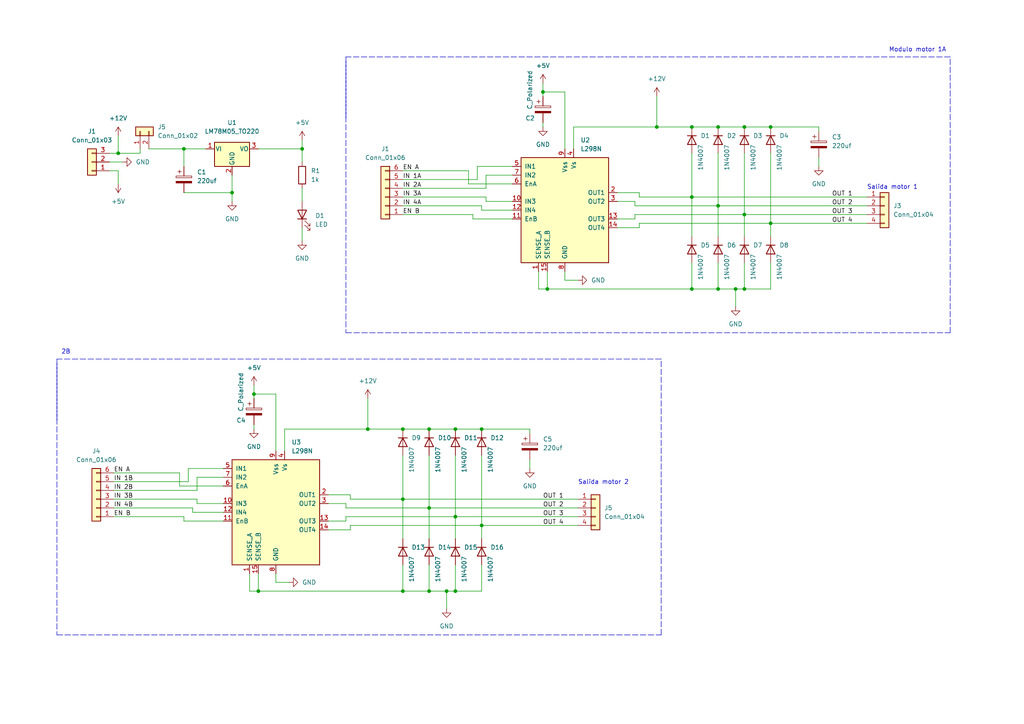
<source format=kicad_sch>
(kicad_sch (version 20211123) (generator eeschema)
  (paper "A4")
  (lib_symbols
    (symbol "Connector_Generic:Conn_01x02" (pin_names (offset 1.016) hide)
      (property "Reference" "J" (at 0 2.54 0))
      (property "Value" "Conn_01x02" (at 0 -5.08 0))
      (symbol "Conn_01x02_1_1"
        (rectangle (start -1.27 -2.413) (end 0 -2.667) (stroke (width 0.1524)))
        (rectangle (start -1.27 0.127) (end 0 -0.127) (stroke (width 0.1524)))
        (rectangle (start -1.27 1.27) (end 1.27 -3.81) (stroke (width 0.254)) (fill (type background)))
        (pin passive line (at -5.08 0 0) (length 3.81) (name "Pin_1") (number "1"))
        (pin passive line (at -5.08 -2.54 0) (length 3.81) (name "Pin_2") (number "2"))
      )
    )
    (symbol "Connector_Generic:Conn_01x03" (pin_names (offset 1.016) hide)
      (property "Reference" "J" (at 0 5.08 0))
      (property "Value" "Conn_01x03" (at 0 -5.08 0))
      (symbol "Conn_01x03_1_1"
        (rectangle (start -1.27 -2.413) (end 0 -2.667) (stroke (width 0.1524)))
        (rectangle (start -1.27 0.127) (end 0 -0.127) (stroke (width 0.1524)))
        (rectangle (start -1.27 2.667) (end 0 2.413) (stroke (width 0.1524)))
        (rectangle (start -1.27 3.81) (end 1.27 -3.81) (stroke (width 0.254)) (fill (type background)))
        (pin passive line (at -5.08 2.54 0) (length 3.81) (name "Pin_1") (number "1"))
        (pin passive line (at -5.08 0 0) (length 3.81) (name "Pin_2") (number "2"))
        (pin passive line (at -5.08 -2.54 0) (length 3.81) (name "Pin_3") (number "3"))
      )
    )
    (symbol "Connector_Generic:Conn_01x04" (pin_names (offset 1.016) hide)
      (property "Reference" "J" (at 0 5.08 0))
      (property "Value" "Conn_01x04" (at 0 -7.62 0))
      (symbol "Conn_01x04_1_1"
        (rectangle (start -1.27 -4.953) (end 0 -5.207) (stroke (width 0.1524)))
        (rectangle (start -1.27 -2.413) (end 0 -2.667) (stroke (width 0.1524)))
        (rectangle (start -1.27 0.127) (end 0 -0.127) (stroke (width 0.1524)))
        (rectangle (start -1.27 2.667) (end 0 2.413) (stroke (width 0.1524)))
        (rectangle (start -1.27 3.81) (end 1.27 -6.35) (stroke (width 0.254)) (fill (type background)))
        (pin passive line (at -5.08 2.54 0) (length 3.81) (name "Pin_1") (number "1"))
        (pin passive line (at -5.08 0 0) (length 3.81) (name "Pin_2") (number "2"))
        (pin passive line (at -5.08 -2.54 0) (length 3.81) (name "Pin_3") (number "3"))
        (pin passive line (at -5.08 -5.08 0) (length 3.81) (name "Pin_4") (number "4"))
      )
    )
    (symbol "Connector_Generic:Conn_01x06" (pin_names (offset 1.016) hide)
      (property "Reference" "J" (at 0 7.62 0))
      (property "Value" "Conn_01x06" (at 0 -10.16 0))
      (symbol "Conn_01x06_1_1"
        (rectangle (start -1.27 -7.493) (end 0 -7.747) (stroke (width 0.1524)))
        (rectangle (start -1.27 -4.953) (end 0 -5.207) (stroke (width 0.1524)))
        (rectangle (start -1.27 -2.413) (end 0 -2.667) (stroke (width 0.1524)))
        (rectangle (start -1.27 0.127) (end 0 -0.127) (stroke (width 0.1524)))
        (rectangle (start -1.27 2.667) (end 0 2.413) (stroke (width 0.1524)))
        (rectangle (start -1.27 5.207) (end 0 4.953) (stroke (width 0.1524)))
        (rectangle (start -1.27 6.35) (end 1.27 -8.89) (stroke (width 0.254)) (fill (type background)))
        (pin passive line (at -5.08 5.08 0) (length 3.81) (name "Pin_1") (number "1"))
        (pin passive line (at -5.08 2.54 0) (length 3.81) (name "Pin_2") (number "2"))
        (pin passive line (at -5.08 0 0) (length 3.81) (name "Pin_3") (number "3"))
        (pin passive line (at -5.08 -2.54 0) (length 3.81) (name "Pin_4") (number "4"))
        (pin passive line (at -5.08 -5.08 0) (length 3.81) (name "Pin_5") (number "5"))
        (pin passive line (at -5.08 -7.62 0) (length 3.81) (name "Pin_6") (number "6"))
      )
    )
    (symbol "Device:C_Polarized" (pin_numbers hide) (pin_names (offset 0.254))
      (property "Reference" "C" (at 0.635 2.54 0))
      (property "Value" "C_Polarized" (at 0.635 -2.54 0))
      (symbol "C_Polarized_0_1"
        (rectangle (start -2.286 0.508) (end 2.286 1.016))
        (polyline (pts (xy -1.778 2.286) (xy -0.762 2.286)))
        (polyline (pts (xy -1.27 2.794) (xy -1.27 1.778)))
        (rectangle (start 2.286 -0.508) (end -2.286 -1.016) (fill (type outline)))
      )
      (symbol "C_Polarized_1_1"
        (pin passive line (at 0 3.81 270) (length 2.794) (name "~") (number "1"))
        (pin passive line (at 0 -3.81 90) (length 2.794) (name "~") (number "2"))
      )
    )
    (symbol "Device:LED" (pin_numbers hide) (pin_names (offset 1.016) hide)
      (property "Reference" "D" (at 0 2.54 0))
      (property "Value" "LED" (at 0 -2.54 0))
      (symbol "LED_0_1"
        (polyline (pts (xy -1.27 -1.27) (xy -1.27 1.27)) (stroke (width 0.254)))
        (polyline (pts (xy -1.27 0) (xy 1.27 0)))
        (polyline (pts (xy 1.27 -1.27) (xy 1.27 1.27) (xy -1.27 0) (xy 1.27 -1.27)) (stroke (width 0.254)))
        (polyline (pts (xy -3.048 -0.762) (xy -4.572 -2.286) (xy -3.81 -2.286) (xy -4.572 -2.286) (xy -4.572 -1.524)))
        (polyline (pts (xy -1.778 -0.762) (xy -3.302 -2.286) (xy -2.54 -2.286) (xy -3.302 -2.286) (xy -3.302 -1.524)))
      )
      (symbol "LED_1_1"
        (pin passive line (at -3.81 0 0) (length 2.54) (name "K") (number "1"))
        (pin passive line (at 3.81 0 180) (length 2.54) (name "A") (number "2"))
      )
    )
    (symbol "Device:R" (pin_numbers hide) (pin_names (offset 0))
      (property "Reference" "R" (at 2.032 0 90))
      (property "Value" "R" (at 0 0 90))
      (symbol "R_0_1"
        (rectangle (start -1.016 -2.54) (end 1.016 2.54) (stroke (width 0.254)))
      )
      (symbol "R_1_1"
        (pin passive line (at 0 3.81 270) (length 1.27) (name "~") (number "1"))
        (pin passive line (at 0 -3.81 90) (length 1.27) (name "~") (number "2"))
      )
    )
    (symbol "Diode:1N4007" (pin_numbers hide) (pin_names (offset 1.016) hide)
      (property "Reference" "D" (at 0 2.54 0))
      (property "Value" "1N4007" (at 0 -2.54 0))
      (symbol "1N4007_0_1"
        (polyline (pts (xy -1.27 1.27) (xy -1.27 -1.27)) (stroke (width 0.254)))
        (polyline (pts (xy 1.27 0) (xy -1.27 0)))
        (polyline (pts (xy 1.27 1.27) (xy 1.27 -1.27) (xy -1.27 0) (xy 1.27 1.27)) (stroke (width 0.254)))
      )
      (symbol "1N4007_1_1"
        (pin passive line (at -3.81 0 0) (length 2.54) (name "K") (number "1"))
        (pin passive line (at 3.81 0 180) (length 2.54) (name "A") (number "2"))
      )
    )
    (symbol "Driver_Motor:L298N" (pin_names (offset 1.016))
      (property "Reference" "U" (at -10.16 16.51 0))
      (property "Value" "L298N" (at 12.7 16.51 0))
      (symbol "L298N_0_1"
        (rectangle (start -12.7 15.24) (end 12.7 -15.24) (stroke (width 0.254)) (fill (type background)))
      )
      (symbol "L298N_1_1"
        (pin power_in line (at -7.62 -17.78 90) (length 2.54) (name "SENSE_A") (number "1"))
        (pin input line (at -15.24 2.54 0) (length 2.54) (name "IN3") (number "10"))
        (pin input line (at -15.24 -2.54 0) (length 2.54) (name "EnB") (number "11"))
        (pin input line (at -15.24 0 0) (length 2.54) (name "IN4") (number "12"))
        (pin output line (at 15.24 -2.54 180) (length 2.54) (name "OUT3") (number "13"))
        (pin output line (at 15.24 -5.08 180) (length 2.54) (name "OUT4") (number "14"))
        (pin power_in line (at -5.08 -17.78 90) (length 2.54) (name "SENSE_B") (number "15"))
        (pin output line (at 15.24 5.08 180) (length 2.54) (name "OUT1") (number "2"))
        (pin output line (at 15.24 2.54 180) (length 2.54) (name "OUT2") (number "3"))
        (pin power_in line (at 2.54 17.78 270) (length 2.54) (name "Vs") (number "4"))
        (pin input line (at -15.24 12.7 0) (length 2.54) (name "IN1") (number "5"))
        (pin input line (at -15.24 7.62 0) (length 2.54) (name "EnA") (number "6"))
        (pin input line (at -15.24 10.16 0) (length 2.54) (name "IN2") (number "7"))
        (pin power_in line (at 0 -17.78 90) (length 2.54) (name "GND") (number "8"))
        (pin power_in line (at 0 17.78 270) (length 2.54) (name "Vss") (number "9"))
      )
    )
    (symbol "Regulator_Linear:LM78M05_TO220" (pin_names (offset 0.254))
      (property "Reference" "U" (at -3.81 3.175 0))
      (property "Value" "LM78M05_TO220" (at 0 3.175 0))
      (symbol "LM78M05_TO220_0_1"
        (rectangle (start -5.08 1.905) (end 5.08 -5.08) (stroke (width 0.254)) (fill (type background)))
      )
      (symbol "LM78M05_TO220_1_1"
        (pin power_in line (at -7.62 0 0) (length 2.54) (name "VI") (number "1"))
        (pin power_in line (at 0 -7.62 90) (length 2.54) (name "GND") (number "2"))
        (pin power_out line (at 7.62 0 180) (length 2.54) (name "VO") (number "3"))
      )
    )
    (symbol "power:+12V" (power) (pin_names (offset 0))
      (property "Value" "+12V" (at 0 3.556 0))
      (symbol "+12V_0_1"
        (polyline (pts (xy -0.762 1.27) (xy 0 2.54)))
        (polyline (pts (xy 0 0) (xy 0 2.54)))
        (polyline (pts (xy 0 2.54) (xy 0.762 1.27)))
      )
      (symbol "+12V_1_1"
        (pin power_in line (at 0 0 90) (length 0) hide (name "+12V") (number "1"))
      )
    )
    (symbol "power:+5V" (power) (pin_names (offset 0))
      (property "Value" "+5V" (at 0 3.556 0))
      (symbol "+5V_0_1"
        (polyline (pts (xy -0.762 1.27) (xy 0 2.54)))
        (polyline (pts (xy 0 0) (xy 0 2.54)))
        (polyline (pts (xy 0 2.54) (xy 0.762 1.27)))
      )
      (symbol "+5V_1_1"
        (pin power_in line (at 0 0 90) (length 0) hide (name "+5V") (number "1"))
      )
    )
    (symbol "power:GND" (power) (pin_names (offset 0))
      (property "Value" "GND" (at 0 -3.81 0))
      (symbol "GND_0_1"
        (polyline (pts (xy 0 0) (xy 0 -1.27) (xy 1.27 -1.27) (xy 0 -2.54) (xy -1.27 -1.27) (xy 0 -1.27)))
      )
      (symbol "GND_1_1"
        (pin power_in line (at 0 0 270) (length 0) hide (name "GND") (number "1"))
      )
    )
  )
  (junction (at 190.5 36.83))
  (junction (at 215.9 83.82))
  (junction (at 158.75 83.82))
  (junction (at 213.36 83.82))
  (junction (at 132.08 171.45))
  (junction (at 116.84 144.78))
  (junction (at 223.52 64.77))
  (junction (at 116.84 171.45))
  (junction (at 132.08 124.46))
  (junction (at 200.66 36.83))
  (junction (at 223.52 36.83))
  (junction (at 208.28 83.82))
  (junction (at 124.46 124.46))
  (junction (at 139.7 124.46))
  (junction (at 106.68 124.46))
  (junction (at 124.46 147.32))
  (junction (at 208.28 36.83))
  (junction (at 73.66 114.3))
  (junction (at 116.84 124.46))
  (junction (at 200.66 83.82))
  (junction (at 34.29 44.45))
  (junction (at 215.9 36.83))
  (junction (at 208.28 59.69))
  (junction (at 87.63 43.18))
  (junction (at 74.93 171.45))
  (junction (at 53.34 43.18))
  (junction (at 200.66 57.15))
  (junction (at 67.31 55.88))
  (junction (at 157.48 26.67))
  (junction (at 132.08 149.86))
  (junction (at 139.7 152.4))
  (junction (at 129.54 171.45))
  (junction (at 124.46 171.45))
  (junction (at 215.9 62.23))
  (wire (pts (xy 213.36 83.82) (xy 213.36 88.9)))
  (wire (pts (xy 185.42 66.04) (xy 185.42 64.77)))
  (wire (pts (xy 116.84 171.45) (xy 124.46 171.45)))
  (wire (pts (xy 200.66 57.15) (xy 251.46 57.15)))
  (wire (pts (xy 129.54 171.45) (xy 129.54 176.53)))
  (wire (pts (xy 157.48 35.56) (xy 157.48 36.83)))
  (wire (pts (xy 116.84 132.08) (xy 116.84 144.78)))
  (wire (pts (xy 87.63 40.64) (xy 87.63 43.18)))
  (wire (pts (xy 163.83 26.67) (xy 163.83 43.18)))
  (wire (pts (xy 95.25 143.51) (xy 101.6 143.51)))
  (wire (pts (xy 54.61 135.89) (xy 54.61 139.7)))
  (wire (pts (xy 57.15 144.78) (xy 33.02 144.78)))
  (wire (pts (xy 101.6 144.78) (xy 116.84 144.78)))
  (wire (pts (xy 156.21 83.82) (xy 158.75 83.82)))
  (wire (pts (xy 184.15 59.69) (xy 208.28 59.69)))
  (wire (pts (xy 87.63 54.61) (xy 87.63 58.42)))
  (wire (pts (xy 40.64 44.45) (xy 34.29 44.45)))
  (wire (pts (xy 137.16 63.5) (xy 137.16 62.23)))
  (wire (pts (xy 208.28 59.69) (xy 208.28 68.58)))
  (wire (pts (xy 95.25 151.13) (xy 100.33 151.13)))
  (wire (pts (xy 148.59 60.96) (xy 139.7 60.96)))
  (wire (pts (xy 43.18 43.18) (xy 53.34 43.18)))
  (wire (pts (xy 148.59 63.5) (xy 137.16 63.5)))
  (wire (pts (xy 95.25 146.05) (xy 100.33 146.05)))
  (wire (pts (xy 223.52 83.82) (xy 215.9 83.82)))
  (wire (pts (xy 163.83 26.67) (xy 157.48 26.67)))
  (wire (pts (xy 55.88 148.59) (xy 55.88 147.32)))
  (wire (pts (xy 139.7 152.4) (xy 167.64 152.4)))
  (wire (pts (xy 101.6 153.67) (xy 101.6 152.4)))
  (wire (pts (xy 139.7 171.45) (xy 132.08 171.45)))
  (wire (pts (xy 148.59 58.42) (xy 140.97 58.42)))
  (wire (pts (xy 153.67 125.73) (xy 153.67 124.46)))
  (polyline (pts (xy 16.51 104.14) (xy 16.51 121.92)))
  (polyline (pts (xy 16.51 184.15) (xy 191.77 184.15)))
  (wire (pts (xy 55.88 147.32) (xy 33.02 147.32)))
  (wire (pts (xy 80.01 166.37) (xy 80.01 168.91)))
  (wire (pts (xy 57.15 146.05) (xy 57.15 144.78)))
  (wire (pts (xy 31.75 46.99) (xy 35.56 46.99)))
  (wire (pts (xy 72.39 171.45) (xy 74.93 171.45)))
  (wire (pts (xy 74.93 166.37) (xy 74.93 171.45)))
  (wire (pts (xy 139.7 60.96) (xy 139.7 59.69)))
  (wire (pts (xy 124.46 132.08) (xy 124.46 147.32)))
  (wire (pts (xy 237.49 38.1) (xy 237.49 36.83)))
  (wire (pts (xy 140.97 57.15) (xy 116.84 57.15)))
  (wire (pts (xy 124.46 163.83) (xy 124.46 171.45)))
  (wire (pts (xy 179.07 66.04) (xy 185.42 66.04)))
  (wire (pts (xy 163.83 81.28) (xy 167.64 81.28)))
  (polyline (pts (xy 100.33 16.51) (xy 100.33 34.29)))
  (wire (pts (xy 208.28 76.2) (xy 208.28 83.82)))
  (wire (pts (xy 166.37 43.18) (xy 166.37 36.83)))
  (polyline (pts (xy 16.51 105.41) (xy 16.51 184.15)))
  (wire (pts (xy 137.16 62.23) (xy 116.84 62.23)))
  (wire (pts (xy 82.55 124.46) (xy 106.68 124.46)))
  (wire (pts (xy 223.52 36.83) (xy 237.49 36.83)))
  (wire (pts (xy 80.01 114.3) (xy 73.66 114.3)))
  (wire (pts (xy 74.93 43.18) (xy 87.63 43.18)))
  (wire (pts (xy 208.28 59.69) (xy 251.46 59.69)))
  (wire (pts (xy 106.68 124.46) (xy 116.84 124.46)))
  (wire (pts (xy 100.33 146.05) (xy 100.33 147.32)))
  (wire (pts (xy 101.6 143.51) (xy 101.6 144.78)))
  (wire (pts (xy 80.01 168.91) (xy 83.82 168.91)))
  (wire (pts (xy 87.63 66.04) (xy 87.63 69.85)))
  (wire (pts (xy 31.75 49.53) (xy 34.29 49.53)))
  (wire (pts (xy 139.7 132.08) (xy 139.7 152.4)))
  (wire (pts (xy 140.97 54.61) (xy 116.84 54.61)))
  (wire (pts (xy 153.67 133.35) (xy 153.67 135.89)))
  (wire (pts (xy 106.68 115.57) (xy 106.68 124.46)))
  (wire (pts (xy 34.29 49.53) (xy 34.29 53.34)))
  (wire (pts (xy 52.07 140.97) (xy 52.07 137.16)))
  (wire (pts (xy 200.66 44.45) (xy 200.66 57.15)))
  (wire (pts (xy 101.6 152.4) (xy 139.7 152.4)))
  (wire (pts (xy 215.9 36.83) (xy 223.52 36.83)))
  (wire (pts (xy 64.77 138.43) (xy 57.15 138.43)))
  (wire (pts (xy 53.34 151.13) (xy 53.34 149.86)))
  (wire (pts (xy 185.42 64.77) (xy 223.52 64.77)))
  (wire (pts (xy 157.48 24.13) (xy 157.48 26.67)))
  (wire (pts (xy 53.34 55.88) (xy 67.31 55.88)))
  (wire (pts (xy 64.77 135.89) (xy 54.61 135.89)))
  (wire (pts (xy 80.01 114.3) (xy 80.01 130.81)))
  (wire (pts (xy 52.07 137.16) (xy 33.02 137.16)))
  (wire (pts (xy 200.66 57.15) (xy 200.66 68.58)))
  (wire (pts (xy 223.52 64.77) (xy 223.52 68.58)))
  (wire (pts (xy 158.75 78.74) (xy 158.75 83.82)))
  (wire (pts (xy 64.77 151.13) (xy 53.34 151.13)))
  (wire (pts (xy 157.48 26.67) (xy 157.48 27.94)))
  (wire (pts (xy 34.29 44.45) (xy 31.75 44.45)))
  (wire (pts (xy 73.66 114.3) (xy 73.66 115.57)))
  (wire (pts (xy 215.9 62.23) (xy 251.46 62.23)))
  (wire (pts (xy 132.08 132.08) (xy 132.08 149.86)))
  (polyline (pts (xy 100.33 17.78) (xy 100.33 96.52)))
  (wire (pts (xy 156.21 78.74) (xy 156.21 83.82)))
  (wire (pts (xy 135.89 49.53) (xy 116.84 49.53)))
  (wire (pts (xy 116.84 144.78) (xy 167.64 144.78)))
  (wire (pts (xy 53.34 43.18) (xy 53.34 48.26)))
  (wire (pts (xy 82.55 130.81) (xy 82.55 124.46)))
  (wire (pts (xy 138.43 52.07) (xy 116.84 52.07)))
  (wire (pts (xy 140.97 50.8) (xy 140.97 54.61)))
  (wire (pts (xy 73.66 123.19) (xy 73.66 124.46)))
  (wire (pts (xy 135.89 53.34) (xy 135.89 49.53)))
  (polyline (pts (xy 275.59 16.51) (xy 100.33 16.51)))
  (wire (pts (xy 57.15 138.43) (xy 57.15 142.24)))
  (wire (pts (xy 223.52 76.2) (xy 223.52 83.82)))
  (wire (pts (xy 53.34 149.86) (xy 33.02 149.86)))
  (wire (pts (xy 100.33 149.86) (xy 132.08 149.86)))
  (wire (pts (xy 87.63 43.18) (xy 87.63 46.99)))
  (wire (pts (xy 57.15 142.24) (xy 33.02 142.24)))
  (wire (pts (xy 67.31 55.88) (xy 67.31 58.42)))
  (wire (pts (xy 124.46 124.46) (xy 132.08 124.46)))
  (wire (pts (xy 179.07 55.88) (xy 185.42 55.88)))
  (wire (pts (xy 138.43 48.26) (xy 138.43 52.07)))
  (wire (pts (xy 190.5 27.94) (xy 190.5 36.83)))
  (wire (pts (xy 184.15 63.5) (xy 184.15 62.23)))
  (wire (pts (xy 124.46 147.32) (xy 167.64 147.32)))
  (wire (pts (xy 158.75 83.82) (xy 200.66 83.82)))
  (wire (pts (xy 200.66 83.82) (xy 208.28 83.82)))
  (wire (pts (xy 132.08 124.46) (xy 139.7 124.46)))
  (wire (pts (xy 40.64 43.18) (xy 40.64 44.45)))
  (wire (pts (xy 72.39 166.37) (xy 72.39 171.45)))
  (wire (pts (xy 163.83 78.74) (xy 163.83 81.28)))
  (wire (pts (xy 116.84 144.78) (xy 116.84 156.21)))
  (wire (pts (xy 116.84 163.83) (xy 116.84 171.45)))
  (wire (pts (xy 73.66 111.76) (xy 73.66 114.3)))
  (wire (pts (xy 139.7 163.83) (xy 139.7 171.45)))
  (wire (pts (xy 208.28 44.45) (xy 208.28 59.69)))
  (wire (pts (xy 132.08 171.45) (xy 129.54 171.45)))
  (wire (pts (xy 215.9 83.82) (xy 213.36 83.82)))
  (wire (pts (xy 64.77 146.05) (xy 57.15 146.05)))
  (wire (pts (xy 139.7 59.69) (xy 116.84 59.69)))
  (wire (pts (xy 74.93 171.45) (xy 116.84 171.45)))
  (wire (pts (xy 237.49 45.72) (xy 237.49 48.26)))
  (wire (pts (xy 148.59 53.34) (xy 135.89 53.34)))
  (wire (pts (xy 116.84 124.46) (xy 124.46 124.46)))
  (wire (pts (xy 200.66 76.2) (xy 200.66 83.82)))
  (wire (pts (xy 139.7 124.46) (xy 153.67 124.46)))
  (wire (pts (xy 185.42 57.15) (xy 200.66 57.15)))
  (wire (pts (xy 100.33 147.32) (xy 124.46 147.32)))
  (wire (pts (xy 190.5 36.83) (xy 200.66 36.83)))
  (wire (pts (xy 95.25 153.67) (xy 101.6 153.67)))
  (wire (pts (xy 139.7 152.4) (xy 139.7 156.21)))
  (wire (pts (xy 100.33 151.13) (xy 100.33 149.86)))
  (polyline (pts (xy 191.77 104.14) (xy 16.51 104.14)))
  (polyline (pts (xy 191.77 184.15) (xy 191.77 104.14)))
  (wire (pts (xy 132.08 149.86) (xy 167.64 149.86)))
  (wire (pts (xy 208.28 36.83) (xy 215.9 36.83)))
  (wire (pts (xy 67.31 50.8) (xy 67.31 55.88)))
  (polyline (pts (xy 100.33 96.52) (xy 275.59 96.52)))
  (polyline (pts (xy 275.59 96.52) (xy 275.59 16.51)))
  (wire (pts (xy 179.07 58.42) (xy 184.15 58.42)))
  (wire (pts (xy 179.07 63.5) (xy 184.15 63.5)))
  (wire (pts (xy 148.59 50.8) (xy 140.97 50.8)))
  (wire (pts (xy 223.52 64.77) (xy 251.46 64.77)))
  (wire (pts (xy 148.59 48.26) (xy 138.43 48.26)))
  (wire (pts (xy 215.9 44.45) (xy 215.9 62.23)))
  (wire (pts (xy 208.28 83.82) (xy 213.36 83.82)))
  (wire (pts (xy 54.61 139.7) (xy 33.02 139.7)))
  (wire (pts (xy 184.15 58.42) (xy 184.15 59.69)))
  (wire (pts (xy 140.97 58.42) (xy 140.97 57.15)))
  (wire (pts (xy 124.46 147.32) (xy 124.46 156.21)))
  (wire (pts (xy 132.08 149.86) (xy 132.08 156.21)))
  (wire (pts (xy 64.77 148.59) (xy 55.88 148.59)))
  (wire (pts (xy 184.15 62.23) (xy 215.9 62.23)))
  (wire (pts (xy 215.9 76.2) (xy 215.9 83.82)))
  (wire (pts (xy 166.37 36.83) (xy 190.5 36.83)))
  (wire (pts (xy 223.52 44.45) (xy 223.52 64.77)))
  (wire (pts (xy 185.42 55.88) (xy 185.42 57.15)))
  (wire (pts (xy 200.66 36.83) (xy 208.28 36.83)))
  (wire (pts (xy 53.34 43.18) (xy 59.69 43.18)))
  (wire (pts (xy 132.08 163.83) (xy 132.08 171.45)))
  (wire (pts (xy 124.46 171.45) (xy 129.54 171.45)))
  (wire (pts (xy 64.77 140.97) (xy 52.07 140.97)))
  (wire (pts (xy 34.29 39.37) (xy 34.29 44.45)))
  (wire (pts (xy 215.9 62.23) (xy 215.9 68.58)))
  (text "Salida motor 1\n\n" (at 251.46 57.15 0) (effects (font (size 1.27 1.27)) (justify left bottom)))
  (text "Salida motor 2\n\n\n" (at 167.64 144.78 0) (effects (font (size 1.27 1.27)) (justify left bottom)))
  (text "Modulo motor 1A\n" (at 257.81 15.24 0) (effects (font (size 1.27 1.27)) (justify left bottom)))
  (text "2B" (at 17.78 102.87 0) (effects (font (size 1.27 1.27)) (justify left bottom)))
  (label "OUT 4" (at 157.48 152.4 0))
  (label "OUT 2" (at 241.3 59.69 0))
  (label "IN 3A" (at 116.84 57.15 0))
  (label "EN B" (at 116.84 62.23 0))
  (label "IN 4B" (at 33.02 147.32 0))
  (label "OUT 3" (at 157.48 149.86 0))
  (label "EN A" (at 116.84 49.53 0))
  (label "EN A" (at 33.02 137.16 0))
  (label "OUT 3" (at 241.3 62.23 0))
  (label "IN 2A" (at 116.84 54.61 0))
  (label "IN 1A" (at 116.84 52.07 0))
  (label "OUT 4" (at 241.3 64.77 0))
  (label "IN 3B" (at 33.02 144.78 0))
  (label "EN B" (at 33.02 149.86 0))
  (label "IN 4A" (at 116.84 59.69 0))
  (label "OUT 1" (at 241.3 57.15 0))
  (label "OUT 2" (at 157.48 147.32 0))
  (label "IN 1B" (at 33.02 139.7 0))
  (label "OUT 1" (at 157.48 144.78 0))
  (label "IN 2B" (at 33.02 142.24 0))
  (symbol (lib_id "power:GND") (at 237.49 48.26 0) (unit 1)
    (property "Reference" "#PWR?" (effects hide))
    (property "Value" "GND" (at 237.49 53.34 0))
  )
  (symbol (lib_id "Diode:1N4007") (at 139.7 160.02 270) (unit 1)
    (property "Reference" "D16" (at 142.24 158.7499 90) (effects (justify left)))
    (property "Value" "1N4007" (at 142.24 161.2899 0) (effects (justify left)))
    (property "Footprint" "Diode_THT:D_DO-41_SOD81_P10.16mm_Horizontal" (effects hide))
    (property "Datasheet" "http://www.vishay.com/docs/88503/1n4001.pdf" (effects hide))
  )
  (symbol (lib_id "power:GND") (at 67.31 58.42 0) (unit 1)
    (property "Reference" "#PWR?" (effects hide))
    (property "Value" "GND" (at 67.31 63.5 0))
  )
  (symbol (lib_id "Diode:1N4007") (at 124.46 128.27 270) (unit 1)
    (property "Reference" "D10" (at 127 126.9999 90) (effects (justify left)))
    (property "Value" "1N4007" (at 127 129.5399 0) (effects (justify left)))
    (property "Footprint" "Diode_THT:D_DO-41_SOD81_P10.16mm_Horizontal" (effects hide))
    (property "Datasheet" "http://www.vishay.com/docs/88503/1n4001.pdf" (effects hide))
  )
  (symbol (lib_id "power:GND") (at 157.48 36.83 0) (unit 1)
    (property "Reference" "#PWR?" (effects hide))
    (property "Value" "GND" (at 157.48 41.91 0))
  )
  (symbol (lib_id "power:GND") (at 35.56 46.99 90) (unit 1)
    (property "Reference" "#PWR?" (effects hide))
    (property "Value" "GND" (at 39.37 46.9899 90) (effects (justify right)))
  )
  (symbol (lib_id "Driver_Motor:L298N") (at 80.01 148.59 0) (unit 1)
    (property "Reference" "U3" (at 84.5694 128.27 0) (effects (justify left)))
    (property "Value" "L298N" (at 84.5694 130.81 0) (effects (justify left)))
    (property "Footprint" "Package_TO_SOT_THT:TO-220-15_P2.54x2.54mm_StaggerOdd_Lead4.58mm_Vertical" (effects hide))
    (property "Datasheet" "http://www.st.com/st-web-ui/static/active/en/resource/technical/document/datasheet/CD00000240.pdf" (effects hide))
  )
  (symbol (lib_id "Diode:1N4007") (at 223.52 72.39 270) (unit 1)
    (property "Reference" "D8" (at 226.06 71.1199 90) (effects (justify left)))
    (property "Value" "1N4007" (at 226.06 73.6599 0) (effects (justify left)))
    (property "Footprint" "Diode_THT:D_DO-41_SOD81_P10.16mm_Horizontal" (effects hide))
    (property "Datasheet" "http://www.vishay.com/docs/88503/1n4001.pdf" (effects hide))
  )
  (symbol (lib_id "Diode:1N4007") (at 124.46 160.02 270) (unit 1)
    (property "Reference" "D14" (at 127 158.7499 90) (effects (justify left)))
    (property "Value" "1N4007" (at 127 161.2899 0) (effects (justify left)))
    (property "Footprint" "Diode_THT:D_DO-41_SOD81_P10.16mm_Horizontal" (effects hide))
    (property "Datasheet" "http://www.vishay.com/docs/88503/1n4001.pdf" (effects hide))
  )
  (symbol (lib_id "Device:C_Polarized") (at 237.49 41.91 0) (unit 1)
    (property "Reference" "C3" (at 241.3 39.7509 0) (effects (justify left)))
    (property "Value" "220uf" (at 241.3 42.2909 0) (effects (justify left)))
    (property "Footprint" "Capacitor_SMD:CP_Elec_8x10.5" (effects hide))
  )
  (symbol (lib_id "power:+5V") (at 157.48 24.13 0) (unit 1)
    (property "Reference" "#PWR?" (effects hide))
    (property "Value" "+5V" (at 157.48 19.05 0))
  )
  (symbol (lib_id "power:+5V") (at 34.29 53.34 180) (unit 1)
    (property "Reference" "#PWR?" (effects hide))
    (property "Value" "+5V" (at 34.29 58.42 0))
  )
  (symbol (lib_id "Device:C_Polarized") (at 157.48 31.75 0) (unit 1)
    (property "Reference" "C2" (at 152.4 34.29 0) (effects (justify left)))
    (property "Value" "C_Polarized" (at 153.67 31.75 90) (effects (justify left)))
  )
  (symbol (lib_id "Device:C_Polarized") (at 53.34 52.07 0) (unit 1)
    (property "Reference" "C1" (at 57.15 49.9109 0) (effects (justify left)))
    (property "Value" "220uf" (at 57.15 52.4509 0) (effects (justify left)))
    (property "Footprint" "Capacitor_SMD:CP_Elec_8x10.5" (effects hide))
  )
  (symbol (lib_id "Connector_Generic:Conn_01x04") (at 256.54 59.69 0) (unit 1)
    (property "Reference" "J3" (at 259.08 59.6899 0) (effects (justify left)))
    (property "Value" "Conn_01x04" (at 259.08 62.2299 0) (effects (justify left)))
    (property "Footprint" "Connector_PinHeader_2.54mm:PinHeader_1x04_P2.54mm_Vertical" (effects hide))
  )
  (symbol (lib_id "Connector_Generic:Conn_01x03") (at 26.67 46.99 180) (unit 1)
    (property "Reference" "J1" (at 26.67 38.1 0))
    (property "Value" "Conn_01x03" (at 26.67 40.64 0))
    (property "Footprint" "Connector_PinHeader_2.54mm:PinHeader_1x03_P2.54mm_Vertical" (effects hide))
  )
  (symbol (lib_id "Diode:1N4007") (at 200.66 72.39 270) (unit 1)
    (property "Reference" "D5" (at 203.2 71.1199 90) (effects (justify left)))
    (property "Value" "1N4007" (at 203.2 73.6599 0) (effects (justify left)))
    (property "Footprint" "Diode_THT:D_DO-41_SOD81_P10.16mm_Horizontal" (effects hide))
    (property "Datasheet" "http://www.vishay.com/docs/88503/1n4001.pdf" (effects hide))
  )
  (symbol (lib_id "Connector_Generic:Conn_01x02") (at 40.64 38.1 90) (unit 1)
    (property "Reference" "J5" (at 45.72 36.8299 90) (effects (justify right)))
    (property "Value" "Conn_01x02" (at 45.72 39.3699 90) (effects (justify right)))
    (property "Footprint" "Connector_PinHeader_2.54mm:PinHeader_1x02_P2.54mm_Vertical" (effects hide))
  )
  (symbol (lib_id "Device:R") (at 87.63 50.8 0) (unit 1)
    (property "Reference" "R1" (at 90.17 49.5299 0) (effects (justify left)))
    (property "Value" "1k" (at 90.17 52.0699 0) (effects (justify left)))
    (property "Footprint" "Resistor_THT:R_Axial_DIN0207_L6.3mm_D2.5mm_P2.54mm_Vertical" (effects hide))
  )
  (symbol (lib_id "power:+12V") (at 34.29 39.37 0) (unit 1)
    (property "Reference" "#PWR?" (effects hide))
    (property "Value" "+12V" (at 34.29 34.29 0))
  )
  (symbol (lib_id "Diode:1N4007") (at 215.9 72.39 270) (unit 1)
    (property "Reference" "D7" (at 218.44 71.1199 90) (effects (justify left)))
    (property "Value" "1N4007" (at 218.44 73.6599 0) (effects (justify left)))
    (property "Footprint" "Diode_THT:D_DO-41_SOD81_P10.16mm_Horizontal" (effects hide))
    (property "Datasheet" "http://www.vishay.com/docs/88503/1n4001.pdf" (effects hide))
  )
  (symbol (lib_id "Diode:1N4007") (at 132.08 160.02 270) (unit 1)
    (property "Reference" "D15" (at 134.62 158.7499 90) (effects (justify left)))
    (property "Value" "1N4007" (at 134.62 161.2899 0) (effects (justify left)))
    (property "Footprint" "Diode_THT:D_DO-41_SOD81_P10.16mm_Horizontal" (effects hide))
    (property "Datasheet" "http://www.vishay.com/docs/88503/1n4001.pdf" (effects hide))
  )
  (symbol (lib_id "Diode:1N4007") (at 223.52 40.64 270) (unit 1)
    (property "Reference" "D4" (at 226.06 39.3699 90) (effects (justify left)))
    (property "Value" "1N4007" (at 226.06 41.9099 0) (effects (justify left)))
    (property "Footprint" "Diode_THT:D_DO-41_SOD81_P10.16mm_Horizontal" (effects hide))
    (property "Datasheet" "http://www.vishay.com/docs/88503/1n4001.pdf" (effects hide))
  )
  (symbol (lib_id "Diode:1N4007") (at 132.08 128.27 270) (unit 1)
    (property "Reference" "D11" (at 134.62 126.9999 90) (effects (justify left)))
    (property "Value" "1N4007" (at 134.62 129.5399 0) (effects (justify left)))
    (property "Footprint" "Diode_THT:D_DO-41_SOD81_P10.16mm_Horizontal" (effects hide))
    (property "Datasheet" "http://www.vishay.com/docs/88503/1n4001.pdf" (effects hide))
  )
  (symbol (lib_id "Device:C_Polarized") (at 153.67 129.54 0) (unit 1)
    (property "Reference" "C5" (at 157.48 127.3809 0) (effects (justify left)))
    (property "Value" "220uf" (at 157.48 129.9209 0) (effects (justify left)))
    (property "Footprint" "Capacitor_SMD:CP_Elec_8x10.5" (effects hide))
  )
  (symbol (lib_id "power:+5V") (at 87.63 40.64 0) (unit 1)
    (property "Reference" "#PWR?" (effects hide))
    (property "Value" "+5V" (at 87.63 35.56 0))
  )
  (symbol (lib_id "power:GND") (at 83.82 168.91 90) (unit 1)
    (property "Reference" "#PWR?" (effects hide))
    (property "Value" "GND" (at 87.63 168.9099 90) (effects (justify right)))
  )
  (symbol (lib_id "power:+12V") (at 106.68 115.57 0) (unit 1)
    (property "Reference" "#PWR?" (effects hide))
    (property "Value" "+12V" (at 106.68 110.49 0))
  )
  (symbol (lib_id "power:GND") (at 87.63 69.85 0) (unit 1)
    (property "Reference" "#PWR?" (effects hide))
    (property "Value" "GND" (at 87.63 74.93 0))
  )
  (symbol (lib_id "Diode:1N4007") (at 208.28 40.64 270) (unit 1)
    (property "Reference" "D2" (at 210.82 39.3699 90) (effects (justify left)))
    (property "Value" "1N4007" (at 210.82 41.9099 0) (effects (justify left)))
    (property "Footprint" "Diode_THT:D_DO-41_SOD81_P10.16mm_Horizontal" (effects hide))
    (property "Datasheet" "http://www.vishay.com/docs/88503/1n4001.pdf" (effects hide))
  )
  (symbol (lib_id "Diode:1N4007") (at 200.66 40.64 270) (unit 1)
    (property "Reference" "D1" (at 203.2 39.3699 90) (effects (justify left)))
    (property "Value" "1N4007" (at 203.2 41.9099 0) (effects (justify left)))
    (property "Footprint" "Diode_THT:D_DO-41_SOD81_P10.16mm_Horizontal" (effects hide))
    (property "Datasheet" "http://www.vishay.com/docs/88503/1n4001.pdf" (effects hide))
  )
  (symbol (lib_id "power:GND") (at 129.54 176.53 0) (unit 1)
    (property "Reference" "#PWR?" (effects hide))
    (property "Value" "GND" (at 129.54 181.61 0))
  )
  (symbol (lib_id "Connector_Generic:Conn_01x06") (at 27.94 144.78 180) (unit 1)
    (property "Reference" "J4" (at 27.94 130.81 0))
    (property "Value" "Conn_01x06" (at 27.94 133.35 0))
    (property "Footprint" "Connector_PinSocket_2.54mm:PinSocket_1x06_P2.54mm_Vertical" (effects hide))
  )
  (symbol (lib_id "power:+12V") (at 190.5 27.94 0) (unit 1)
    (property "Reference" "#PWR?" (effects hide))
    (property "Value" "+12V" (at 190.5 22.86 0))
  )
  (symbol (lib_id "Diode:1N4007") (at 116.84 128.27 270) (unit 1)
    (property "Reference" "D9" (at 119.38 126.9999 90) (effects (justify left)))
    (property "Value" "1N4007" (at 119.38 129.5399 0) (effects (justify left)))
    (property "Footprint" "Diode_THT:D_DO-41_SOD81_P10.16mm_Horizontal" (effects hide))
    (property "Datasheet" "http://www.vishay.com/docs/88503/1n4001.pdf" (effects hide))
  )
  (symbol (lib_id "Diode:1N4007") (at 139.7 128.27 270) (unit 1)
    (property "Reference" "D12" (at 142.24 126.9999 90) (effects (justify left)))
    (property "Value" "1N4007" (at 142.24 129.5399 0) (effects (justify left)))
    (property "Footprint" "Diode_THT:D_DO-41_SOD81_P10.16mm_Horizontal" (effects hide))
    (property "Datasheet" "http://www.vishay.com/docs/88503/1n4001.pdf" (effects hide))
  )
  (symbol (lib_id "Device:LED") (at 87.63 62.23 90) (unit 1)
    (property "Reference" "D1" (at 91.44 62.5474 90) (effects (justify right)))
    (property "Value" "LED" (at 91.44 65.0874 90) (effects (justify right)))
    (property "Footprint" "LED_THT:LED_D2.0mm_W4.8mm_H2.5mm_FlatTop" (effects hide))
  )
  (symbol (lib_id "Diode:1N4007") (at 116.84 160.02 270) (unit 1)
    (property "Reference" "D13" (at 119.38 158.7499 90) (effects (justify left)))
    (property "Value" "1N4007" (at 119.38 161.2899 0) (effects (justify left)))
    (property "Footprint" "Diode_THT:D_DO-41_SOD81_P10.16mm_Horizontal" (effects hide))
    (property "Datasheet" "http://www.vishay.com/docs/88503/1n4001.pdf" (effects hide))
  )
  (symbol (lib_id "Diode:1N4007") (at 208.28 72.39 270) (unit 1)
    (property "Reference" "D6" (at 210.82 71.1199 90) (effects (justify left)))
    (property "Value" "1N4007" (at 210.82 73.6599 0) (effects (justify left)))
    (property "Footprint" "Diode_THT:D_DO-41_SOD81_P10.16mm_Horizontal" (effects hide))
    (property "Datasheet" "http://www.vishay.com/docs/88503/1n4001.pdf" (effects hide))
  )
  (symbol (lib_id "Connector_Generic:Conn_01x04") (at 172.72 147.32 0) (unit 1)
    (property "Reference" "J5" (at 175.26 147.3199 0) (effects (justify left)))
    (property "Value" "Conn_01x04" (at 175.26 149.8599 0) (effects (justify left)))
    (property "Footprint" "Connector_PinHeader_2.54mm:PinHeader_1x04_P2.54mm_Vertical" (effects hide))
  )
  (symbol (lib_id "Driver_Motor:L298N") (at 163.83 60.96 0) (unit 1)
    (property "Reference" "U2" (at 168.3894 40.64 0) (effects (justify left)))
    (property "Value" "L298N" (at 168.3894 43.18 0) (effects (justify left)))
    (property "Footprint" "Package_TO_SOT_THT:TO-220-15_P2.54x2.54mm_StaggerOdd_Lead4.58mm_Vertical" (effects hide))
    (property "Datasheet" "http://www.st.com/st-web-ui/static/active/en/resource/technical/document/datasheet/CD00000240.pdf" (effects hide))
  )
  (symbol (lib_id "Regulator_Linear:LM78M05_TO220") (at 67.31 43.18 0) (unit 1)
    (property "Reference" "U1" (at 67.31 35.56 0))
    (property "Value" "LM78M05_TO220" (at 67.31 38.1 0))
    (property "Footprint" "Package_TO_SOT_THT:TO-220-3_Vertical" (effects hide))
    (property "Datasheet" "https://www.onsemi.com/pub/Collateral/MC78M00-D.PDF" (effects hide))
  )
  (symbol (lib_id "power:GND") (at 213.36 88.9 0) (unit 1)
    (property "Reference" "#PWR?" (effects hide))
    (property "Value" "GND" (at 213.36 93.98 0))
  )
  (symbol (lib_id "Diode:1N4007") (at 215.9 40.64 270) (unit 1)
    (property "Reference" "D3" (at 218.44 39.3699 90) (effects (justify left)))
    (property "Value" "1N4007" (at 218.44 41.9099 0) (effects (justify left)))
    (property "Footprint" "Diode_THT:D_DO-41_SOD81_P10.16mm_Horizontal" (effects hide))
    (property "Datasheet" "http://www.vishay.com/docs/88503/1n4001.pdf" (effects hide))
  )
  (symbol (lib_id "Connector_Generic:Conn_01x06") (at 111.76 57.15 180) (unit 1)
    (property "Reference" "J1" (at 111.76 43.18 0))
    (property "Value" "Conn_01x06" (at 111.76 45.72 0))
    (property "Footprint" "Connector_PinSocket_2.54mm:PinSocket_1x06_P2.54mm_Vertical" (effects hide))
  )
  (symbol (lib_id "power:GND") (at 73.66 124.46 0) (unit 1)
    (property "Reference" "#PWR?" (effects hide))
    (property "Value" "GND" (at 73.66 129.54 0))
  )
  (symbol (lib_id "power:GND") (at 167.64 81.28 90) (unit 1)
    (property "Reference" "#PWR?" (effects hide))
    (property "Value" "GND" (at 171.45 81.2799 90) (effects (justify right)))
  )
  (symbol (lib_id "power:GND") (at 153.67 135.89 0) (unit 1)
    (property "Reference" "#PWR?" (effects hide))
    (property "Value" "GND" (at 153.67 140.97 0))
  )
  (symbol (lib_id "power:+5V") (at 73.66 111.76 0) (unit 1)
    (property "Reference" "#PWR?" (effects hide))
    (property "Value" "+5V" (at 73.66 106.68 0))
  )
  (symbol (lib_id "Device:C_Polarized") (at 73.66 119.38 0) (unit 1)
    (property "Reference" "C4" (at 68.58 121.92 0) (effects (justify left)))
    (property "Value" "C_Polarized" (at 69.85 119.38 90) (effects (justify left)))
  )
)
</source>
